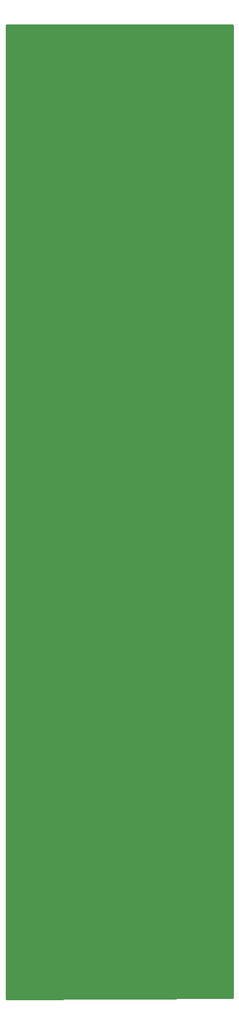
<source format=gbr>
G04 #@! TF.FileFunction,Soldermask,Bot*
%FSLAX46Y46*%
G04 Gerber Fmt 4.6, Leading zero omitted, Abs format (unit mm)*
G04 Created by KiCad (PCBNEW 4.0.1-stable) date Sonntag, 24. April 2016 'u00' 18:00:35*
%MOMM*%
G01*
G04 APERTURE LIST*
%ADD10C,0.100000*%
%ADD11C,3.500000*%
%ADD12C,3.700000*%
%ADD13C,8.100000*%
%ADD14C,8.200000*%
%ADD15C,0.254000*%
G04 APERTURE END LIST*
D10*
D11*
X105000000Y-143100000D03*
X105000000Y-131100000D03*
X105000000Y-119000000D03*
D12*
X97470000Y-157530000D03*
X97480000Y-35040000D03*
D13*
X110080000Y-52970000D03*
X110050000Y-75210000D03*
X110050000Y-97420000D03*
D14*
X112940000Y-119020000D03*
X97090000Y-131100000D03*
X112940000Y-131100000D03*
X112900000Y-143140000D03*
X97100000Y-143140000D03*
X97060000Y-118990000D03*
D15*
G36*
X119873000Y-160373423D02*
X90127000Y-160472576D01*
X90127000Y-32227000D01*
X119873000Y-32227000D01*
X119873000Y-160373423D01*
X119873000Y-160373423D01*
G37*
X119873000Y-160373423D02*
X90127000Y-160472576D01*
X90127000Y-32227000D01*
X119873000Y-32227000D01*
X119873000Y-160373423D01*
G36*
X119273000Y-85673000D02*
X117027000Y-85673000D01*
X117027000Y-57727000D01*
X119273000Y-57727000D01*
X119273000Y-85673000D01*
X119273000Y-85673000D01*
G37*
X119273000Y-85673000D02*
X117027000Y-85673000D01*
X117027000Y-57727000D01*
X119273000Y-57727000D01*
X119273000Y-85673000D01*
M02*

</source>
